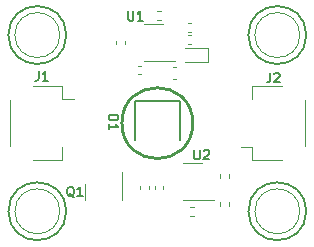
<source format=gto>
%TF.GenerationSoftware,KiCad,Pcbnew,7.0.10-7.0.10~ubuntu22.04.1*%
%TF.CreationDate,2024-06-21T11:37:20-07:00*%
%TF.ProjectId,278nm_ELUC3535NUB_16mA,3237386e-6d5f-4454-9c55-43333533354e,rev?*%
%TF.SameCoordinates,Original*%
%TF.FileFunction,Legend,Top*%
%TF.FilePolarity,Positive*%
%FSLAX46Y46*%
G04 Gerber Fmt 4.6, Leading zero omitted, Abs format (unit mm)*
G04 Created by KiCad (PCBNEW 7.0.10-7.0.10~ubuntu22.04.1) date 2024-06-21 11:37:20*
%MOMM*%
%LPD*%
G01*
G04 APERTURE LIST*
%ADD10C,0.250000*%
%ADD11C,0.150000*%
%ADD12C,0.050000*%
%ADD13C,0.200000*%
%ADD14C,0.120000*%
G04 APERTURE END LIST*
D10*
X65700000Y-60000000D02*
G75*
G03*
X59700000Y-60000000I-3000000J0D01*
G01*
X59700000Y-60000000D02*
G75*
G03*
X65700000Y-60000000I3000000J0D01*
G01*
D11*
X58587704Y-59309524D02*
X59387704Y-59309524D01*
X59387704Y-59309524D02*
X59387704Y-59500000D01*
X59387704Y-59500000D02*
X59349609Y-59614286D01*
X59349609Y-59614286D02*
X59273419Y-59690476D01*
X59273419Y-59690476D02*
X59197228Y-59728571D01*
X59197228Y-59728571D02*
X59044847Y-59766667D01*
X59044847Y-59766667D02*
X58930561Y-59766667D01*
X58930561Y-59766667D02*
X58778180Y-59728571D01*
X58778180Y-59728571D02*
X58701990Y-59690476D01*
X58701990Y-59690476D02*
X58625800Y-59614286D01*
X58625800Y-59614286D02*
X58587704Y-59500000D01*
X58587704Y-59500000D02*
X58587704Y-59309524D01*
X58587704Y-60528571D02*
X58587704Y-60071428D01*
X58587704Y-60300000D02*
X59387704Y-60300000D01*
X59387704Y-60300000D02*
X59273419Y-60223809D01*
X59273419Y-60223809D02*
X59197228Y-60147619D01*
X59197228Y-60147619D02*
X59159133Y-60071428D01*
X52643133Y-55620095D02*
X52643133Y-56191523D01*
X52643133Y-56191523D02*
X52605038Y-56305809D01*
X52605038Y-56305809D02*
X52528847Y-56382000D01*
X52528847Y-56382000D02*
X52414562Y-56420095D01*
X52414562Y-56420095D02*
X52338371Y-56420095D01*
X53443133Y-56420095D02*
X52985990Y-56420095D01*
X53214562Y-56420095D02*
X53214562Y-55620095D01*
X53214562Y-55620095D02*
X53138371Y-55734380D01*
X53138371Y-55734380D02*
X53062181Y-55810571D01*
X53062181Y-55810571D02*
X52985990Y-55848666D01*
X72274133Y-55747095D02*
X72274133Y-56318523D01*
X72274133Y-56318523D02*
X72236038Y-56432809D01*
X72236038Y-56432809D02*
X72159847Y-56509000D01*
X72159847Y-56509000D02*
X72045562Y-56547095D01*
X72045562Y-56547095D02*
X71969371Y-56547095D01*
X72616990Y-55823285D02*
X72655086Y-55785190D01*
X72655086Y-55785190D02*
X72731276Y-55747095D01*
X72731276Y-55747095D02*
X72921752Y-55747095D01*
X72921752Y-55747095D02*
X72997943Y-55785190D01*
X72997943Y-55785190D02*
X73036038Y-55823285D01*
X73036038Y-55823285D02*
X73074133Y-55899476D01*
X73074133Y-55899476D02*
X73074133Y-55975666D01*
X73074133Y-55975666D02*
X73036038Y-56089952D01*
X73036038Y-56089952D02*
X72578895Y-56547095D01*
X72578895Y-56547095D02*
X73074133Y-56547095D01*
X65836876Y-62274895D02*
X65836876Y-62922514D01*
X65836876Y-62922514D02*
X65874971Y-62998704D01*
X65874971Y-62998704D02*
X65913066Y-63036800D01*
X65913066Y-63036800D02*
X65989257Y-63074895D01*
X65989257Y-63074895D02*
X66141638Y-63074895D01*
X66141638Y-63074895D02*
X66217828Y-63036800D01*
X66217828Y-63036800D02*
X66255923Y-62998704D01*
X66255923Y-62998704D02*
X66294019Y-62922514D01*
X66294019Y-62922514D02*
X66294019Y-62274895D01*
X66636875Y-62351085D02*
X66674971Y-62312990D01*
X66674971Y-62312990D02*
X66751161Y-62274895D01*
X66751161Y-62274895D02*
X66941637Y-62274895D01*
X66941637Y-62274895D02*
X67017828Y-62312990D01*
X67017828Y-62312990D02*
X67055923Y-62351085D01*
X67055923Y-62351085D02*
X67094018Y-62427276D01*
X67094018Y-62427276D02*
X67094018Y-62503466D01*
X67094018Y-62503466D02*
X67055923Y-62617752D01*
X67055923Y-62617752D02*
X66598780Y-63074895D01*
X66598780Y-63074895D02*
X67094018Y-63074895D01*
X55654609Y-66260485D02*
X55578419Y-66222390D01*
X55578419Y-66222390D02*
X55502228Y-66146200D01*
X55502228Y-66146200D02*
X55387942Y-66031914D01*
X55387942Y-66031914D02*
X55311752Y-65993819D01*
X55311752Y-65993819D02*
X55235561Y-65993819D01*
X55273657Y-66184295D02*
X55197466Y-66146200D01*
X55197466Y-66146200D02*
X55121276Y-66070009D01*
X55121276Y-66070009D02*
X55083180Y-65917628D01*
X55083180Y-65917628D02*
X55083180Y-65650961D01*
X55083180Y-65650961D02*
X55121276Y-65498580D01*
X55121276Y-65498580D02*
X55197466Y-65422390D01*
X55197466Y-65422390D02*
X55273657Y-65384295D01*
X55273657Y-65384295D02*
X55426038Y-65384295D01*
X55426038Y-65384295D02*
X55502228Y-65422390D01*
X55502228Y-65422390D02*
X55578419Y-65498580D01*
X55578419Y-65498580D02*
X55616514Y-65650961D01*
X55616514Y-65650961D02*
X55616514Y-65917628D01*
X55616514Y-65917628D02*
X55578419Y-66070009D01*
X55578419Y-66070009D02*
X55502228Y-66146200D01*
X55502228Y-66146200D02*
X55426038Y-66184295D01*
X55426038Y-66184295D02*
X55273657Y-66184295D01*
X56378418Y-66184295D02*
X55921275Y-66184295D01*
X56149847Y-66184295D02*
X56149847Y-65384295D01*
X56149847Y-65384295D02*
X56073656Y-65498580D01*
X56073656Y-65498580D02*
X55997466Y-65574771D01*
X55997466Y-65574771D02*
X55921275Y-65612866D01*
X60223476Y-50514695D02*
X60223476Y-51162314D01*
X60223476Y-51162314D02*
X60261571Y-51238504D01*
X60261571Y-51238504D02*
X60299666Y-51276600D01*
X60299666Y-51276600D02*
X60375857Y-51314695D01*
X60375857Y-51314695D02*
X60528238Y-51314695D01*
X60528238Y-51314695D02*
X60604428Y-51276600D01*
X60604428Y-51276600D02*
X60642523Y-51238504D01*
X60642523Y-51238504D02*
X60680619Y-51162314D01*
X60680619Y-51162314D02*
X60680619Y-50514695D01*
X61480618Y-51314695D02*
X61023475Y-51314695D01*
X61252047Y-51314695D02*
X61252047Y-50514695D01*
X61252047Y-50514695D02*
X61175856Y-50628980D01*
X61175856Y-50628980D02*
X61099666Y-50705171D01*
X61099666Y-50705171D02*
X61023475Y-50743266D01*
D12*
%TO.C,M1*%
X54440000Y-52540000D02*
G75*
G03*
X50640000Y-52540000I-1900000J0D01*
G01*
X50640000Y-52540000D02*
G75*
G03*
X54440000Y-52540000I1900000J0D01*
G01*
D11*
X54990000Y-52540000D02*
G75*
G03*
X50090000Y-52540000I-2450000J0D01*
G01*
X50090000Y-52540000D02*
G75*
G03*
X54990000Y-52540000I2450000J0D01*
G01*
D12*
%TO.C,M2*%
X74760000Y-52540000D02*
G75*
G03*
X70960000Y-52540000I-1900000J0D01*
G01*
X70960000Y-52540000D02*
G75*
G03*
X74760000Y-52540000I1900000J0D01*
G01*
D11*
X75310000Y-52540000D02*
G75*
G03*
X70410000Y-52540000I-2450000J0D01*
G01*
X70410000Y-52540000D02*
G75*
G03*
X75310000Y-52540000I2450000J0D01*
G01*
D12*
%TO.C,M3*%
X74760000Y-67460000D02*
G75*
G03*
X70960000Y-67460000I-1900000J0D01*
G01*
X70960000Y-67460000D02*
G75*
G03*
X74760000Y-67460000I1900000J0D01*
G01*
D11*
X75310000Y-67460000D02*
G75*
G03*
X70410000Y-67460000I-2450000J0D01*
G01*
X70410000Y-67460000D02*
G75*
G03*
X75310000Y-67460000I2450000J0D01*
G01*
D12*
%TO.C,M4*%
X54440000Y-67460000D02*
G75*
G03*
X50640000Y-67460000I-1900000J0D01*
G01*
X50640000Y-67460000D02*
G75*
G03*
X54440000Y-67460000I1900000J0D01*
G01*
D11*
X54990000Y-67460000D02*
G75*
G03*
X50090000Y-67460000I-2450000J0D01*
G01*
X50090000Y-67460000D02*
G75*
G03*
X54990000Y-67460000I2450000J0D01*
G01*
D13*
%TO.C,D1*%
X64600000Y-58100000D02*
X60800000Y-58100000D01*
X64600000Y-58100000D02*
X64600000Y-61425000D01*
X60800000Y-58100000D02*
X60800000Y-61425000D01*
D14*
%TO.C,J1*%
X54665000Y-56890000D02*
X54665000Y-57940000D01*
X52165000Y-56890000D02*
X54665000Y-56890000D01*
X54665000Y-57940000D02*
X55655000Y-57940000D01*
X50195000Y-58060000D02*
X50195000Y-61940000D01*
X54665000Y-63110000D02*
X54665000Y-62060000D01*
X52165000Y-63110000D02*
X54665000Y-63110000D01*
%TO.C,J2*%
X70735000Y-63110000D02*
X70735000Y-62060000D01*
X73235000Y-63110000D02*
X70735000Y-63110000D01*
X70735000Y-62060000D02*
X69745000Y-62060000D01*
X75205000Y-61940000D02*
X75205000Y-58060000D01*
X70735000Y-56890000D02*
X70735000Y-57940000D01*
X73235000Y-56890000D02*
X70735000Y-56890000D01*
%TO.C,R1*%
X68807600Y-64338959D02*
X68807600Y-64646241D01*
X68047600Y-64338959D02*
X68047600Y-64646241D01*
%TO.C,R6*%
X62993241Y-51256200D02*
X62685959Y-51256200D01*
X62993241Y-50496200D02*
X62685959Y-50496200D01*
%TO.C,R4*%
X59183000Y-53317841D02*
X59183000Y-53010559D01*
X59943000Y-53317841D02*
X59943000Y-53010559D01*
%TO.C,U2*%
X65657700Y-66491000D02*
X67457700Y-66491000D01*
X65657700Y-66491000D02*
X64857700Y-66491000D01*
X65657700Y-63371000D02*
X66457700Y-63371000D01*
X65657700Y-63371000D02*
X64857700Y-63371000D01*
%TO.C,C3*%
X62485200Y-65563836D02*
X62485200Y-65348164D01*
X63205200Y-65563836D02*
X63205200Y-65348164D01*
%TO.C,R3*%
X68047600Y-67004441D02*
X68047600Y-66697159D01*
X68807600Y-67004441D02*
X68807600Y-66697159D01*
%TO.C,L1*%
X63997621Y-55243000D02*
X64323179Y-55243000D01*
X63997621Y-56263000D02*
X64323179Y-56263000D01*
%TO.C,R2*%
X65506559Y-67101000D02*
X65813841Y-67101000D01*
X65506559Y-67861000D02*
X65813841Y-67861000D01*
%TO.C,D2*%
X67010000Y-54800000D02*
X67010000Y-53600000D01*
X65050000Y-54800000D02*
X67010000Y-54800000D01*
X65050000Y-53600000D02*
X67010000Y-53600000D01*
%TO.C,C1*%
X61299036Y-55859000D02*
X61083364Y-55859000D01*
X61299036Y-55139000D02*
X61083364Y-55139000D01*
%TO.C,C4*%
X61260200Y-65568836D02*
X61260200Y-65353164D01*
X61980200Y-65568836D02*
X61980200Y-65353164D01*
%TO.C,C2*%
X65317164Y-52565000D02*
X65532836Y-52565000D01*
X65317164Y-53285000D02*
X65532836Y-53285000D01*
%TO.C,Q1*%
X59715800Y-65834500D02*
X59715800Y-64159500D01*
X59715800Y-65834500D02*
X59715800Y-66484500D01*
X56595800Y-65834500D02*
X56595800Y-65184500D01*
X56595800Y-65834500D02*
X56595800Y-66484500D01*
%TO.C,R5*%
X65588641Y-52255000D02*
X65281359Y-52255000D01*
X65588641Y-51495000D02*
X65281359Y-51495000D01*
%TO.C,U1*%
X62356500Y-54757800D02*
X64156500Y-54757800D01*
X62356500Y-54757800D02*
X61556500Y-54757800D01*
X62356500Y-51637800D02*
X63156500Y-51637800D01*
X62356500Y-51637800D02*
X61556500Y-51637800D01*
%TD*%
M02*

</source>
